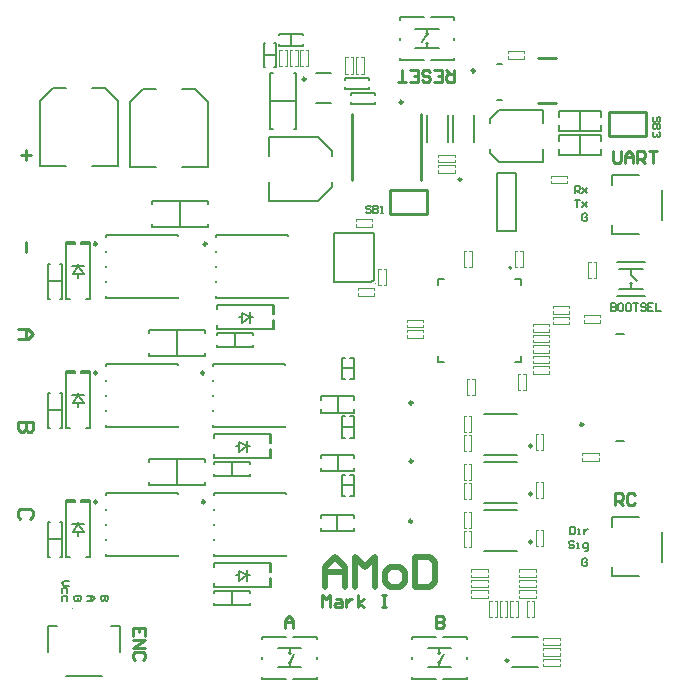
<source format=gbr>
G04*
G04 #@! TF.GenerationSoftware,Altium Limited,Altium Designer,24.2.2 (26)*
G04*
G04 Layer_Color=65535*
%FSLAX44Y44*%
%MOMM*%
G71*
G04*
G04 #@! TF.SameCoordinates,AEDDF3BC-744E-4892-9196-95ED917E8FD6*
G04*
G04*
G04 #@! TF.FilePolarity,Positive*
G04*
G01*
G75*
%ADD10C,0.2500*%
%ADD11C,0.2540*%
%ADD12C,0.2000*%
%ADD13C,0.1000*%
%ADD14C,0.1270*%
%ADD15C,0.1500*%
%ADD16C,0.1524*%
%ADD17C,0.5080*%
%ADD18C,0.1778*%
D10*
X749119Y1056640D02*
G03*
X749119Y1056640I-1250J0D01*
G01*
X760300Y1148690D02*
G03*
X760300Y1148690I-1250J0D01*
G01*
X617210Y1141610D02*
G03*
X617210Y1141610I-1250J0D01*
G01*
X533250Y1002030D02*
G03*
X533250Y1002030I-1250J0D01*
G01*
X440330D02*
G03*
X440330Y1002030I-1250J0D01*
G01*
X852023Y849170D02*
G03*
X852023Y849170I-1250J0D01*
G01*
X531240Y892810D02*
G03*
X531240Y892810I-1250J0D01*
G01*
X440540D02*
G03*
X440540Y892810I-1250J0D01*
G01*
X531770Y783590D02*
G03*
X531770Y783590I-1250J0D01*
G01*
X440540D02*
G03*
X440540Y783590I-1250J0D01*
G01*
X788890Y649340D02*
G03*
X788890Y649340I-1250J0D01*
G01*
X707640Y818040D02*
G03*
X707640Y818040I-1250J0D01*
G01*
Y867570D02*
G03*
X707640Y867570I-1250J0D01*
G01*
X707240Y767240D02*
G03*
X707240Y767240I-1250J0D01*
G01*
X808771Y749710D02*
G03*
X808771Y749710I-1250J0D01*
G01*
Y830990D02*
G03*
X808771Y830990I-1250J0D01*
G01*
Y790350D02*
G03*
X808771Y790350I-1250J0D01*
G01*
D11*
X699190Y1122122D02*
G03*
X699190Y1122122I-1270J0D01*
G01*
X714430Y1056082D02*
Y1111962D01*
X656010Y1056082D02*
Y1111962D01*
X688340Y1027430D02*
Y1047750D01*
X720090Y1027430D02*
Y1047750D01*
X688340D02*
X720090D01*
X688340Y1027430D02*
X720090D01*
X873760Y1093470D02*
Y1113790D01*
X905510Y1093470D02*
Y1113790D01*
X873760D02*
X905510D01*
X873760Y1093470D02*
X905510D01*
X814070Y1159510D02*
X829310D01*
X814070Y1121410D02*
X829310D01*
X631190Y694690D02*
Y704847D01*
X634576Y701461D01*
X637961Y704847D01*
Y694690D01*
X643039Y701461D02*
X646425D01*
X648118Y699768D01*
Y694690D01*
X643039D01*
X641347Y696383D01*
X643039Y698076D01*
X648118D01*
X651503Y701461D02*
Y694690D01*
Y698076D01*
X653196Y699768D01*
X654889Y701461D01*
X656582D01*
X661660Y694690D02*
Y704847D01*
Y698076D02*
X666739Y701461D01*
X661660Y698076D02*
X666739Y694690D01*
X681974Y704847D02*
X685359D01*
X683666D01*
Y694690D01*
X681974D01*
X685359D01*
X383960Y769198D02*
X386076Y771314D01*
Y775546D01*
X383960Y777662D01*
X375496D01*
X373380Y775546D01*
Y771314D01*
X375496Y769198D01*
X386500Y851322D02*
X373804D01*
Y844974D01*
X375920Y842858D01*
X378036D01*
X380152Y844974D01*
Y851322D01*
Y844974D01*
X382268Y842858D01*
X384384D01*
X386500Y844974D01*
Y851322D01*
X373804Y930062D02*
X382268D01*
X386500Y925830D01*
X382268Y921598D01*
X373804D01*
X380152D01*
Y930062D01*
X380152Y1003722D02*
Y995258D01*
X380152Y1081192D02*
Y1072728D01*
X384384Y1076960D02*
X375920D01*
X481327Y670139D02*
Y676910D01*
X471170D01*
Y670139D01*
X476248Y676910D02*
Y673524D01*
X471170Y666753D02*
X481327D01*
X471170Y659982D01*
X481327D01*
X479634Y649825D02*
X481327Y651518D01*
Y654904D01*
X479634Y656597D01*
X472863D01*
X471170Y654904D01*
Y651518D01*
X472863Y649825D01*
X742950Y1149350D02*
Y1139193D01*
X737872D01*
X736179Y1140886D01*
Y1144272D01*
X737872Y1145964D01*
X742950D01*
X739564D02*
X736179Y1149350D01*
X726022Y1139193D02*
X732793D01*
Y1149350D01*
X726022D01*
X732793Y1144272D02*
X729408D01*
X715865Y1140886D02*
X717558Y1139193D01*
X720944D01*
X722637Y1140886D01*
Y1142579D01*
X720944Y1144272D01*
X717558D01*
X715865Y1145964D01*
Y1147657D01*
X717558Y1149350D01*
X720944D01*
X722637Y1147657D01*
X705709Y1139193D02*
X712480D01*
Y1149350D01*
X705709D01*
X712480Y1144272D02*
X709094D01*
X702323Y1139193D02*
X695552D01*
X698938D01*
Y1149350D01*
X727850Y687067D02*
Y676910D01*
X732928D01*
X734621Y678603D01*
Y680296D01*
X732928Y681988D01*
X727850D01*
X732928D01*
X734621Y683681D01*
Y685374D01*
X732928Y687067D01*
X727850D01*
X599786Y676910D02*
Y683681D01*
X603171Y687067D01*
X606557Y683681D01*
Y676910D01*
Y681988D01*
X599786D01*
X878840Y781050D02*
Y791207D01*
X883918D01*
X885611Y789514D01*
Y786128D01*
X883918Y784436D01*
X878840D01*
X882226D02*
X885611Y781050D01*
X895768Y789514D02*
X894075Y791207D01*
X890689D01*
X888997Y789514D01*
Y782743D01*
X890689Y781050D01*
X894075D01*
X895768Y782743D01*
X877570Y1080767D02*
Y1072303D01*
X879263Y1070610D01*
X882648D01*
X884341Y1072303D01*
Y1080767D01*
X887727Y1070610D02*
Y1077381D01*
X891112Y1080767D01*
X894498Y1077381D01*
Y1070610D01*
Y1075688D01*
X887727D01*
X897883Y1070610D02*
Y1080767D01*
X902962D01*
X904655Y1079074D01*
Y1075688D01*
X902962Y1073996D01*
X897883D01*
X901269D02*
X904655Y1070610D01*
X908040Y1080767D02*
X914811D01*
X911426D01*
Y1070610D01*
D12*
X731390Y647510D02*
G03*
X731390Y647510I-1000J0D01*
G01*
Y655510D02*
G03*
X731390Y655510I-1000J0D01*
G01*
X893810Y968610D02*
G03*
X893810Y968610I-1000J0D01*
G01*
X721090Y1179800D02*
G03*
X721090Y1179800I-1000J0D01*
G01*
Y1171800D02*
G03*
X721090Y1171800I-1000J0D01*
G01*
X604596Y647510D02*
G03*
X604596Y647510I-1000J0D01*
G01*
Y655510D02*
G03*
X604596Y655510I-1000J0D01*
G01*
X791540Y982010D02*
G03*
X791540Y982010I-1000J0D01*
G01*
X779610Y1061840D02*
X795190D01*
Y1013340D02*
Y1061840D01*
X779610Y1013340D02*
X795190D01*
X779610D02*
Y1061840D01*
X512650Y1132820D02*
X523650D01*
X534650Y1121820D01*
Y1066820D02*
Y1121820D01*
X512650Y1066820D02*
X534650D01*
X479650Y1132820D02*
X490650D01*
X468650Y1121820D02*
X479650Y1132820D01*
X468650Y1066820D02*
Y1121820D01*
Y1066820D02*
X490650D01*
X436450Y1133690D02*
X447450D01*
X458450Y1122690D01*
Y1067690D02*
Y1122690D01*
X436450Y1067690D02*
X458450D01*
X403450Y1133690D02*
X414450D01*
X392450Y1122690D02*
X403450Y1133690D01*
X392450Y1067690D02*
Y1122690D01*
Y1067690D02*
X414450D01*
X586410Y1038530D02*
Y1054530D01*
Y1038530D02*
X627410D01*
X639410Y1050530D01*
Y1054530D01*
X586410Y1076530D02*
Y1092530D01*
X627410D01*
X639410Y1080530D01*
Y1076530D02*
Y1080530D01*
X773323Y1078854D02*
Y1082354D01*
Y1078854D02*
X780823Y1071354D01*
X817823D01*
Y1082354D01*
X773520Y1104470D02*
Y1107970D01*
X781020Y1115470D01*
X818020D01*
Y1104470D02*
Y1115470D01*
X753390Y650510D02*
Y652510D01*
X707390Y650510D02*
Y652510D01*
Y669510D02*
X727390D01*
X707390Y667510D02*
Y669510D01*
X733390D02*
X753390D01*
Y667510D02*
Y669510D01*
X733390Y633510D02*
X753390D01*
Y635510D01*
X707390Y633510D02*
X727390D01*
X707390D02*
Y635510D01*
X730390Y647510D02*
X734390Y654510D01*
X730390Y643510D02*
Y647510D01*
X720390Y643510D02*
X740390D01*
X730390Y655510D02*
Y659510D01*
X720390D02*
X740390D01*
X892810Y976110D02*
X897560Y970610D01*
X882810Y981110D02*
X902810D01*
X892810Y976110D02*
Y981110D01*
Y963610D02*
Y968610D01*
X882810Y963610D02*
X902810D01*
X880810Y986360D02*
X904810D01*
X880810Y958360D02*
X904810D01*
X697090Y1174800D02*
Y1176800D01*
X743090Y1174800D02*
Y1176800D01*
X723090Y1157800D02*
X743090D01*
Y1159800D01*
X697090Y1157800D02*
X717090D01*
X697090D02*
Y1159800D01*
Y1193800D02*
X717090D01*
X697090Y1191800D02*
Y1193800D01*
X723090D02*
X743090D01*
Y1191800D02*
Y1193800D01*
X716090Y1172800D02*
X720090Y1179800D01*
Y1183800D01*
X710090D02*
X730090D01*
X720090Y1167800D02*
Y1171800D01*
X710090Y1167800D02*
X730090D01*
X626596Y650510D02*
Y652510D01*
X580596Y650510D02*
Y652510D01*
Y669510D02*
X600596D01*
X580596Y667510D02*
Y669510D01*
X606596D02*
X626596D01*
Y667510D02*
Y669510D01*
X606596Y633510D02*
X626596D01*
Y635510D01*
X580596Y633510D02*
X600596D01*
X580596D02*
Y635510D01*
X603596Y647510D02*
X607596Y654510D01*
X603596Y643510D02*
Y647510D01*
X593596Y643510D02*
X613596D01*
X603596Y655510D02*
Y659510D01*
X593596D02*
X613596D01*
X399020Y656240D02*
Y678740D01*
X406640D01*
X452360D02*
X459980D01*
Y656240D02*
Y678740D01*
X414260Y636240D02*
X444740D01*
X674860Y979600D02*
Y1011600D01*
X640860D02*
X674860D01*
X640860Y969600D02*
Y1011600D01*
Y969600D02*
X672860D01*
X674860Y971600D01*
Y979600D01*
X778805Y1124190D02*
X783295D01*
X778805Y1154190D02*
X783295D01*
X625960Y1121360D02*
X638960D01*
X625960Y1146860D02*
X638960D01*
X560420Y939800D02*
X563420D01*
X570420D02*
X572420D01*
X563420Y934800D02*
Y943800D01*
Y934800D02*
X570420Y939800D01*
X563420Y943800D02*
X570420Y939800D01*
Y934800D02*
Y944800D01*
X419180Y983170D02*
X429180D01*
X420180Y976170D02*
X424180Y983170D01*
X429180Y976170D01*
X420180D02*
X429180D01*
X424180Y983170D02*
Y985170D01*
Y973170D02*
Y976170D01*
X541000Y1009730D02*
X602000D01*
X541000Y956230D02*
Y957680D01*
Y970180D02*
Y970380D01*
Y982880D02*
Y983080D01*
Y995580D02*
Y995780D01*
Y1008280D02*
Y1009730D01*
Y956230D02*
X602000D01*
Y957180D01*
Y1008780D02*
Y1009730D01*
X448080D02*
X509080D01*
X448080Y956230D02*
Y957680D01*
Y970180D02*
Y970380D01*
Y982880D02*
Y983080D01*
Y995580D02*
Y995780D01*
Y1008280D02*
Y1009730D01*
Y956230D02*
X509080D01*
Y957180D01*
Y1008780D02*
Y1009730D01*
X880273Y925370D02*
X886523D01*
X880273Y834970D02*
X886523D01*
X876640Y770490D02*
X899140D01*
X876640Y762490D02*
Y770490D01*
Y720490D02*
Y728490D01*
Y720490D02*
X899140D01*
X919140Y732490D02*
Y758490D01*
X876640Y1060050D02*
X899140D01*
X876640Y1052050D02*
Y1060050D01*
Y1010050D02*
Y1018050D01*
Y1010050D02*
X899140D01*
X919140Y1022050D02*
Y1048050D01*
X831630Y1097920D02*
Y1102920D01*
Y1097920D02*
X867630D01*
Y1102920D01*
X831630Y1109420D02*
Y1114420D01*
X867630D01*
Y1109420D02*
Y1114420D01*
X849630Y1097920D02*
Y1114420D01*
X831630Y1077600D02*
Y1082600D01*
Y1077600D02*
X867630D01*
Y1082600D01*
X831630Y1089100D02*
Y1094100D01*
X867630D01*
Y1089100D02*
Y1094100D01*
X849630Y1077600D02*
Y1094100D01*
X599990Y899560D02*
Y900510D01*
Y847010D02*
Y847960D01*
X538990Y847010D02*
X599990D01*
X538990Y899060D02*
Y900510D01*
Y886360D02*
Y886560D01*
Y873660D02*
Y873860D01*
Y860960D02*
Y861160D01*
Y847010D02*
Y848460D01*
Y900510D02*
X599990D01*
X557880Y830580D02*
X560880D01*
X567880D02*
X569880D01*
X560880Y825580D02*
Y834580D01*
Y825580D02*
X567880Y830580D01*
X560880Y834580D02*
X567880Y830580D01*
Y825580D02*
Y835580D01*
X509290Y899560D02*
Y900510D01*
Y847010D02*
Y847960D01*
X448290Y847010D02*
X509290D01*
X448290Y899060D02*
Y900510D01*
Y886360D02*
Y886560D01*
Y873660D02*
Y873860D01*
Y860960D02*
Y861160D01*
Y847010D02*
Y848460D01*
Y900510D02*
X509290D01*
X424180Y863950D02*
Y866950D01*
Y873950D02*
Y875950D01*
X420180Y866950D02*
X429180D01*
X424180Y873950D02*
X429180Y866950D01*
X420180D02*
X424180Y873950D01*
X419180D02*
X429180D01*
X600520Y790340D02*
Y791290D01*
Y737790D02*
Y738740D01*
X539520Y737790D02*
X600520D01*
X539520Y789840D02*
Y791290D01*
Y777140D02*
Y777340D01*
Y764440D02*
Y764640D01*
Y751740D02*
Y751940D01*
Y737790D02*
Y739240D01*
Y791290D02*
X600520D01*
X557880Y721360D02*
X560880D01*
X567880D02*
X569880D01*
X560880Y716360D02*
Y725360D01*
Y716360D02*
X567880Y721360D01*
X560880Y725360D02*
X567880Y721360D01*
Y716360D02*
Y726360D01*
X509290Y790340D02*
Y791290D01*
Y737790D02*
Y738740D01*
X448290Y737790D02*
X509290D01*
X448290Y789840D02*
Y791290D01*
Y777140D02*
Y777340D01*
Y764440D02*
Y764640D01*
Y751740D02*
Y751940D01*
Y737790D02*
Y739240D01*
Y791290D02*
X509290D01*
X424180Y754730D02*
Y757730D01*
Y764730D02*
Y766730D01*
X420180Y757730D02*
X429180D01*
X424180Y764730D02*
X429180Y757730D01*
X420180D02*
X424180Y764730D01*
X419180D02*
X429180D01*
X791640Y669590D02*
X813640D01*
X791640Y643590D02*
X813640D01*
X768240Y776460D02*
X796240D01*
X768240Y742460D02*
X796240D01*
X768240Y857740D02*
X796240D01*
X768240Y823740D02*
X796240D01*
X768240Y817100D02*
X796240D01*
X768240Y783100D02*
X796240D01*
D13*
X420000Y693740D02*
G03*
X420000Y693740I-500J0D01*
G01*
X676360Y968600D02*
G03*
X676360Y968600I-500J0D01*
G01*
X862140Y735490D02*
G03*
X862140Y735490I-500J0D01*
G01*
Y1025050D02*
G03*
X862140Y1025050I-500J0D01*
G01*
X808890Y686140D02*
X810890D01*
Y699640D01*
X808890D02*
X810890D01*
X804390D02*
X806390D01*
X804390Y686140D02*
Y699640D01*
Y686140D02*
X806390D01*
X861040Y972980D02*
X863040D01*
Y986980D01*
X861040D02*
X863040D01*
X856540D02*
X858540D01*
X856540Y972980D02*
Y986980D01*
Y972980D02*
X858540D01*
X851520Y818440D02*
Y820440D01*
Y818440D02*
X865520D01*
Y820440D01*
Y822940D02*
Y824940D01*
X851520D02*
X865520D01*
X851520Y822940D02*
Y824940D01*
X852790Y935280D02*
Y937280D01*
Y935280D02*
X866790D01*
Y937280D01*
Y939780D02*
Y941780D01*
X852790D02*
X866790D01*
X852790Y939780D02*
Y941780D01*
X838600Y1057890D02*
Y1059890D01*
X825100D02*
X838600D01*
X825100Y1057890D02*
Y1059890D01*
Y1053390D02*
Y1055390D01*
Y1053390D02*
X838600D01*
Y1055390D01*
X673500Y1021060D02*
Y1023060D01*
X660000D02*
X673500D01*
X660000Y1021060D02*
Y1023060D01*
Y1016560D02*
Y1018560D01*
Y1016560D02*
X673500D01*
Y1018560D01*
X661830Y958140D02*
Y960140D01*
Y958140D02*
X675330D01*
Y960140D01*
Y962640D02*
Y964640D01*
X661830D02*
X675330D01*
X661830Y962640D02*
Y964640D01*
X659690Y1146160D02*
X661690D01*
X659690D02*
Y1160160D01*
X661690D01*
X664190D02*
X666190D01*
Y1146160D02*
Y1160160D01*
X664190Y1146160D02*
X666190D01*
X755630Y996080D02*
X757630D01*
Y982580D02*
Y996080D01*
X755630Y982580D02*
X757630D01*
X751130D02*
X753130D01*
X751130D02*
Y996080D01*
X753130D01*
X839870Y934010D02*
Y936010D01*
X826370Y934010D02*
X839870D01*
X826370D02*
Y936010D01*
Y938510D02*
Y940510D01*
X839870D01*
Y938510D02*
Y940510D01*
X743600Y1062280D02*
Y1064280D01*
X729600Y1062280D02*
X743600D01*
X729600D02*
Y1064280D01*
Y1066780D02*
Y1068780D01*
X743600D01*
Y1066780D02*
Y1068780D01*
X729600Y1075670D02*
Y1077670D01*
X743600D01*
Y1075670D02*
Y1077670D01*
Y1071170D02*
Y1073170D01*
X729600Y1071170D02*
X743600D01*
X729600D02*
Y1073170D01*
X678740Y967090D02*
X680740D01*
X678740D02*
Y981090D01*
X680740D01*
X683240D02*
X685240D01*
Y967090D02*
Y981090D01*
X683240Y967090D02*
X685240D01*
X809610Y932160D02*
Y934160D01*
X823610D01*
Y932160D02*
Y934160D01*
Y927660D02*
Y929660D01*
X809610Y927660D02*
X823610D01*
X809610D02*
Y929660D01*
Y923270D02*
Y925270D01*
X823610D01*
Y923270D02*
Y925270D01*
Y918770D02*
Y920770D01*
X809610Y918770D02*
X823610D01*
X809610D02*
Y920770D01*
X703180Y927080D02*
Y929080D01*
X716680D01*
Y927080D02*
Y929080D01*
Y922580D02*
Y924580D01*
X703180Y922580D02*
X716680D01*
X703180D02*
Y924580D01*
X839870Y942900D02*
Y944900D01*
X826370Y942900D02*
X839870D01*
X826370D02*
Y944900D01*
Y947400D02*
Y949400D01*
X839870D01*
Y947400D02*
Y949400D01*
X823360Y909880D02*
Y911880D01*
X809860Y909880D02*
X823360D01*
X809860D02*
Y911880D01*
Y914380D02*
Y916380D01*
X823360D01*
Y914380D02*
Y916380D01*
X798810Y996080D02*
X800810D01*
Y982580D02*
Y996080D01*
X798810Y982580D02*
X800810D01*
X794310D02*
X796310D01*
X794310D02*
Y996080D01*
X796310D01*
X703180Y935970D02*
Y937970D01*
X716680D01*
Y935970D02*
Y937970D01*
Y931470D02*
Y933470D01*
X703180Y931470D02*
X716680D01*
X703180D02*
Y933470D01*
X753670Y873920D02*
X755670D01*
X753670D02*
Y887420D01*
X755670D01*
X758170D02*
X760170D01*
Y873920D02*
Y887420D01*
X758170Y873920D02*
X760170D01*
X796850Y878440D02*
X798850D01*
X796850D02*
Y891940D01*
X798850D01*
X801350D02*
X803350D01*
Y878440D02*
Y891940D01*
X801350Y878440D02*
X803350D01*
X823360Y892100D02*
Y894100D01*
X809860Y892100D02*
X823360D01*
X809860D02*
Y894100D01*
Y896600D02*
Y898600D01*
X823360D01*
Y896600D02*
Y898600D01*
Y900990D02*
Y902990D01*
X809860Y900990D02*
X823360D01*
X809860D02*
Y902990D01*
Y905490D02*
Y907490D01*
X823360D01*
Y905490D02*
Y907490D01*
X832500Y662230D02*
Y664230D01*
X818500Y662230D02*
X832500D01*
X818500D02*
Y664230D01*
Y666730D02*
Y668730D01*
X832500D01*
Y666730D02*
Y668730D01*
Y644450D02*
Y646450D01*
X818500Y644450D02*
X832500D01*
X818500D02*
Y646450D01*
Y648950D02*
Y650950D01*
X832500D01*
Y648950D02*
Y650950D01*
Y653340D02*
Y655340D01*
X818500Y653340D02*
X832500D01*
X818500D02*
Y655340D01*
Y657840D02*
Y659840D01*
X832500D01*
Y657840D02*
Y659840D01*
X655300Y1160160D02*
X657300D01*
Y1146160D02*
Y1160160D01*
X655300Y1146160D02*
X657300D01*
X650800D02*
X652800D01*
X650800D02*
Y1160160D01*
X652800D01*
X617200Y1166510D02*
X619200D01*
Y1152510D02*
Y1166510D01*
X617200Y1152510D02*
X619200D01*
X612700D02*
X614700D01*
X612700D02*
Y1166510D01*
X614700D01*
X608310D02*
X610310D01*
Y1152510D02*
Y1166510D01*
X608310Y1152510D02*
X610310D01*
X603810D02*
X605810D01*
X603810D02*
Y1166510D01*
X605810D01*
X599420D02*
X601420D01*
Y1152510D02*
Y1166510D01*
X599420Y1152510D02*
X601420D01*
X594920D02*
X596920D01*
X594920D02*
Y1166510D01*
X596920D01*
X788270Y1163300D02*
Y1165300D01*
X801770D01*
Y1163300D02*
Y1165300D01*
Y1158800D02*
Y1160800D01*
X788270Y1158800D02*
X801770D01*
X788270D02*
Y1160800D01*
X771460Y720120D02*
Y722120D01*
X757460Y720120D02*
X771460D01*
X757460D02*
Y722120D01*
Y724620D02*
Y726620D01*
X771460D01*
Y724620D02*
Y726620D01*
X812100Y720120D02*
Y722120D01*
X798100Y720120D02*
X812100D01*
X798100D02*
Y722120D01*
Y724620D02*
Y726620D01*
X812100D01*
Y724620D02*
Y726620D01*
X771460Y711230D02*
Y713230D01*
X757460Y711230D02*
X771460D01*
X757460D02*
Y713230D01*
Y715730D02*
Y717730D01*
X771460D01*
Y715730D02*
Y717730D01*
X812100Y711230D02*
Y713230D01*
X798100Y711230D02*
X812100D01*
X798100D02*
Y713230D01*
Y715730D02*
Y717730D01*
X812100D01*
Y715730D02*
Y717730D01*
X751050Y761350D02*
X753050D01*
X751050D02*
Y775350D01*
X753050D01*
X755550D02*
X757550D01*
Y761350D02*
Y775350D01*
X755550Y761350D02*
X757550D01*
X771460Y702340D02*
Y704340D01*
X757460Y702340D02*
X771460D01*
X757460D02*
Y704340D01*
Y706840D02*
Y708840D01*
X771460D01*
Y706840D02*
Y708840D01*
X812100Y702340D02*
Y704340D01*
X798100Y702340D02*
X812100D01*
X798100D02*
Y704340D01*
Y706840D02*
Y708840D01*
X812100D01*
Y706840D02*
Y708840D01*
X790420Y685890D02*
X792420D01*
X790420D02*
Y699890D01*
X792420D01*
X794920D02*
X796920D01*
Y685890D02*
Y699890D01*
X794920Y685890D02*
X796920D01*
X781530D02*
X783530D01*
X781530D02*
Y699890D01*
X783530D01*
X786030D02*
X788030D01*
Y685890D02*
Y699890D01*
X786030Y685890D02*
X788030D01*
X772640D02*
X774640D01*
X772640D02*
Y699890D01*
X774640D01*
X777140D02*
X779140D01*
Y685890D02*
Y699890D01*
X777140Y685890D02*
X779140D01*
X751050Y842630D02*
X753050D01*
X751050D02*
Y856630D01*
X753050D01*
X755550D02*
X757550D01*
Y842630D02*
Y856630D01*
X755550Y842630D02*
X757550D01*
X751050Y801990D02*
X753050D01*
X751050D02*
Y815990D01*
X753050D01*
X755550D02*
X757550D01*
Y801990D02*
Y815990D01*
X755550Y801990D02*
X757550D01*
X816510Y759860D02*
X818510D01*
Y746360D02*
Y759860D01*
X816510Y746360D02*
X818510D01*
X812010D02*
X814010D01*
X812010D02*
Y759860D01*
X814010D01*
X755550Y758590D02*
X757550D01*
Y745090D02*
Y758590D01*
X755550Y745090D02*
X757550D01*
X751050D02*
X753050D01*
X751050D02*
Y758590D01*
X753050D01*
X816510Y841140D02*
X818510D01*
Y827640D02*
Y841140D01*
X816510Y827640D02*
X818510D01*
X812010D02*
X814010D01*
X812010D02*
Y841140D01*
X814010D01*
X755550Y839870D02*
X757550D01*
Y826370D02*
Y839870D01*
X755550Y826370D02*
X757550D01*
X751050D02*
X753050D01*
X751050D02*
Y839870D01*
X753050D01*
X816510Y800500D02*
X818510D01*
Y787000D02*
Y800500D01*
X816510Y787000D02*
X818510D01*
X812010D02*
X814010D01*
X812010D02*
Y800500D01*
X814010D01*
X755550Y799230D02*
X757550D01*
Y785730D02*
Y799230D01*
X755550Y785730D02*
X757550D01*
X751050D02*
X753050D01*
X751050D02*
Y799230D01*
X753050D01*
D14*
X729540Y902260D02*
Y907060D01*
X799540Y902260D02*
Y907060D01*
X729540Y967460D02*
Y972260D01*
X799540Y967460D02*
Y972260D01*
X729540Y902260D02*
X734340D01*
X794740D02*
X799540D01*
X729540Y972260D02*
X734340D01*
X794740D02*
X799540D01*
D15*
X542290Y929640D02*
Y933050D01*
Y946550D02*
Y949960D01*
Y929640D02*
X589280D01*
X542290Y949960D02*
X589280D01*
Y929640D02*
Y937260D01*
X590550D01*
Y929640D02*
Y937260D01*
X589280Y929640D02*
X590550D01*
X589280Y949960D02*
X590550D01*
Y942340D02*
Y949960D01*
X589280Y942340D02*
X590550D01*
X589280D02*
Y949960D01*
X414020Y1002030D02*
X421640D01*
Y1003300D01*
X414020D02*
X421640D01*
X414020Y1002030D02*
Y1003300D01*
X434340Y1002030D02*
Y1003300D01*
X426720D02*
X434340D01*
X426720Y1002030D02*
Y1003300D01*
Y1002030D02*
X434340D01*
X414020Y955040D02*
Y1002030D01*
X434340Y955040D02*
Y1002030D01*
X414020Y955040D02*
X417430D01*
X430930D02*
X434340D01*
X510540Y1016180D02*
Y1038680D01*
X486790Y1036180D02*
Y1038680D01*
X534290D01*
Y1036180D02*
Y1038680D01*
Y1016180D02*
Y1018680D01*
X486790Y1016180D02*
X534290D01*
X486790D02*
Y1018680D01*
X399130Y970280D02*
X411130D01*
X399130Y955280D02*
Y985280D01*
X401050D01*
X399130Y955280D02*
X401050D01*
X409210D02*
X411130D01*
Y985280D01*
X409210D02*
X411130D01*
X557530Y914750D02*
Y926750D01*
X542530D02*
X572530D01*
Y924830D02*
Y926750D01*
X542530Y924830D02*
Y926750D01*
Y914750D02*
Y916670D01*
Y914750D02*
X572530D01*
Y916670D01*
X629890Y758810D02*
Y761810D01*
Y758810D02*
X657890D01*
Y761810D01*
Y769810D02*
Y772810D01*
X629890D02*
X657890D01*
X629890Y769810D02*
Y772810D01*
X643890Y758810D02*
Y772810D01*
X630290Y809610D02*
Y812610D01*
Y809610D02*
X658290D01*
Y812610D01*
Y820610D02*
Y823610D01*
X630290D02*
X658290D01*
X630290Y820610D02*
Y823610D01*
X644290Y809610D02*
Y823610D01*
X630290Y859140D02*
Y862140D01*
Y859140D02*
X658290D01*
Y862140D01*
Y870140D02*
Y873140D01*
X630290D02*
X658290D01*
X630290Y870140D02*
Y873140D01*
X644290Y859140D02*
Y873140D01*
X484250Y797740D02*
Y800240D01*
Y797740D02*
X531750D01*
Y800240D01*
Y817740D02*
Y820240D01*
X484250D02*
X531750D01*
X484250Y817740D02*
Y820240D01*
X508000Y797740D02*
Y820240D01*
X484250Y906960D02*
Y909460D01*
Y906960D02*
X531750D01*
Y909460D01*
Y926960D02*
Y929460D01*
X484250D02*
X531750D01*
X484250Y926960D02*
Y929460D01*
X508000Y906960D02*
Y929460D01*
X670400Y1140920D02*
Y1142920D01*
X650400D02*
X670400D01*
X650400Y1140920D02*
Y1142920D01*
Y1132920D02*
Y1134920D01*
Y1132920D02*
X670400D01*
Y1134920D01*
X655480Y1120220D02*
Y1122220D01*
Y1120220D02*
X675480D01*
Y1122220D01*
Y1128220D02*
Y1130220D01*
X655480D02*
X675480D01*
X655480Y1128220D02*
Y1130220D01*
X647780Y797560D02*
X657780D01*
X654780Y788560D02*
X657780D01*
Y806560D01*
X654780D02*
X657780D01*
X647780Y788560D02*
X650780D01*
X647780D02*
Y806560D01*
X650780D01*
X647780Y847090D02*
X657780D01*
X654780Y838090D02*
X657780D01*
Y856090D01*
X654780D02*
X657780D01*
X647780Y838090D02*
X650780D01*
X647780D02*
Y856090D01*
X650780D01*
X647780Y896620D02*
X657780D01*
X654780Y887620D02*
X657780D01*
Y905620D01*
X654780D02*
X657780D01*
X647780Y887620D02*
X650780D01*
X647780D02*
Y905620D01*
X650780D01*
X569990Y805530D02*
Y807450D01*
X539990Y805530D02*
X569990D01*
X539990D02*
Y807450D01*
Y815610D02*
Y817530D01*
X569990Y815610D02*
Y817530D01*
X539990D02*
X569990D01*
X554990Y805530D02*
Y817530D01*
X409210Y876060D02*
X411130D01*
Y846060D02*
Y876060D01*
X409210Y846060D02*
X411130D01*
X399130D02*
X401050D01*
X399130Y876060D02*
X401050D01*
X399130Y846060D02*
Y876060D01*
Y861060D02*
X411130D01*
X569990Y696310D02*
Y698230D01*
X539990Y696310D02*
X569990D01*
X539990D02*
Y698230D01*
Y706390D02*
Y708310D01*
X569990Y706390D02*
Y708310D01*
X539990D02*
X569990D01*
X554990Y696310D02*
Y708310D01*
X409210Y766840D02*
X411130D01*
Y736840D02*
Y766840D01*
X409210Y736840D02*
X411130D01*
X399130D02*
X401050D01*
X399130Y766840D02*
X401050D01*
X399130Y736840D02*
Y766840D01*
Y751840D02*
X411130D01*
X581660Y1172050D02*
X582930D01*
X581660Y1152050D02*
Y1172050D01*
Y1152050D02*
X582930D01*
X590550D02*
X591820D01*
Y1172050D01*
X590550D02*
X591820D01*
X581660Y1162050D02*
X591820D01*
X614520Y1178560D02*
Y1179830D01*
X594520D02*
X614520D01*
X594520Y1178560D02*
Y1179830D01*
Y1169670D02*
Y1170940D01*
Y1169670D02*
X614520D01*
Y1170940D01*
X604520Y1169670D02*
Y1179830D01*
X539750Y820420D02*
Y823830D01*
Y837330D02*
Y840740D01*
Y820420D02*
X586740D01*
X539750Y840740D02*
X586740D01*
Y820420D02*
Y828040D01*
X588010D01*
Y820420D02*
Y828040D01*
X586740Y820420D02*
X588010D01*
X586740Y840740D02*
X588010D01*
Y833120D02*
Y840740D01*
X586740Y833120D02*
X588010D01*
X586740D02*
Y840740D01*
X430930Y845820D02*
X434340D01*
X414020D02*
X417430D01*
X434340D02*
Y892810D01*
X414020Y845820D02*
Y892810D01*
X426720D02*
X434340D01*
X426720D02*
Y894080D01*
X434340D01*
Y892810D02*
Y894080D01*
X414020Y892810D02*
Y894080D01*
X421640D01*
Y892810D02*
Y894080D01*
X414020Y892810D02*
X421640D01*
X539750Y711200D02*
Y714610D01*
Y728110D02*
Y731520D01*
Y711200D02*
X586740D01*
X539750Y731520D02*
X586740D01*
Y711200D02*
Y718820D01*
X588010D01*
Y711200D02*
Y718820D01*
X586740Y711200D02*
X588010D01*
X586740Y731520D02*
X588010D01*
Y723900D02*
Y731520D01*
X586740Y723900D02*
X588010D01*
X586740D02*
Y731520D01*
X430930Y736600D02*
X434340D01*
X414020D02*
X417430D01*
X434340D02*
Y783590D01*
X414020Y736600D02*
Y783590D01*
X426720D02*
X434340D01*
X426720D02*
Y784860D01*
X434340D01*
Y783590D02*
Y784860D01*
X414020Y783590D02*
Y784860D01*
X421640D01*
Y783590D02*
Y784860D01*
X414020Y783590D02*
X421640D01*
X606920Y1098930D02*
X609420D01*
Y1146430D01*
X606920D02*
X609420D01*
X586920D02*
X589420D01*
X586920Y1098930D02*
Y1146430D01*
Y1098930D02*
X589420D01*
X586920Y1122680D02*
X609420D01*
D16*
X720090Y1088390D02*
Y1111250D01*
X737870Y1088390D02*
Y1111250D01*
X741680Y1088390D02*
Y1111250D01*
X759460Y1088390D02*
Y1111250D01*
D17*
X633730Y711200D02*
Y728128D01*
X642194Y736592D01*
X650658Y728128D01*
Y711200D01*
Y723896D01*
X633730D01*
X659122Y711200D02*
Y736592D01*
X667586Y728128D01*
X676050Y736592D01*
Y711200D01*
X688746D02*
X697209D01*
X701441Y715432D01*
Y723896D01*
X697209Y728128D01*
X688746D01*
X684514Y723896D01*
Y715432D01*
X688746Y711200D01*
X709905Y736592D02*
Y711200D01*
X722601D01*
X726833Y715432D01*
Y732360D01*
X722601Y736592D01*
X709905D01*
D18*
X426168Y700110D02*
X427226Y701168D01*
Y703284D01*
X426168Y704342D01*
X421936D01*
X420878Y703284D01*
Y701168D01*
X421936Y700110D01*
X424052D01*
Y702226D01*
X450086Y704342D02*
X443738D01*
Y701168D01*
X444796Y700110D01*
X445854D01*
X446912Y701168D01*
Y704342D01*
Y701168D01*
X447970Y700110D01*
X449028D01*
X450086Y701168D01*
Y704342D01*
X432308D02*
X436540D01*
X438656Y702226D01*
X436540Y700110D01*
X432308D01*
X435482D01*
Y704342D01*
X417066Y717042D02*
X412834D01*
X410718Y714926D01*
X412834Y712810D01*
X417066D01*
X414950Y706462D02*
Y709636D01*
X413892Y710694D01*
X411776D01*
X410718Y709636D01*
Y706462D01*
X414950Y700114D02*
Y703288D01*
X413892Y704346D01*
X411776D01*
X410718Y703288D01*
Y700114D01*
X875538Y951736D02*
Y945388D01*
X878712D01*
X879770Y946446D01*
Y947504D01*
X878712Y948562D01*
X875538D01*
X878712D01*
X879770Y949620D01*
Y950678D01*
X878712Y951736D01*
X875538D01*
X885060D02*
X882944D01*
X881886Y950678D01*
Y946446D01*
X882944Y945388D01*
X885060D01*
X886118Y946446D01*
Y950678D01*
X885060Y951736D01*
X891408D02*
X889292D01*
X888234Y950678D01*
Y946446D01*
X889292Y945388D01*
X891408D01*
X892466Y946446D01*
Y950678D01*
X891408Y951736D01*
X894582D02*
X898814D01*
X896698D01*
Y945388D01*
X905162Y950678D02*
X904104Y951736D01*
X901988D01*
X900930Y950678D01*
Y949620D01*
X901988Y948562D01*
X904104D01*
X905162Y947504D01*
Y946446D01*
X904104Y945388D01*
X901988D01*
X900930Y946446D01*
X911510Y951736D02*
X907278D01*
Y945388D01*
X911510D01*
X907278Y948562D02*
X909394D01*
X913626Y951736D02*
Y945388D01*
X917858D01*
X841248Y762506D02*
Y756158D01*
X844422D01*
X845480Y757216D01*
Y761448D01*
X844422Y762506D01*
X841248D01*
X847596Y756158D02*
X849712D01*
X848654D01*
Y760390D01*
X847596D01*
X852886D02*
Y756158D01*
Y758274D01*
X853944Y759332D01*
X855002Y760390D01*
X856060D01*
X844422Y749594D02*
X843364Y750652D01*
X841248D01*
X840190Y749594D01*
Y748536D01*
X841248Y747478D01*
X843364D01*
X844422Y746420D01*
Y745362D01*
X843364Y744304D01*
X841248D01*
X840190Y745362D01*
X846538Y744304D02*
X848654D01*
X847596D01*
Y748536D01*
X846538D01*
X853944Y742188D02*
X855002D01*
X856060Y743246D01*
Y748536D01*
X852886D01*
X851828Y747478D01*
Y745362D01*
X852886Y744304D01*
X856060D01*
X855640Y734778D02*
X854582Y735836D01*
X852466D01*
X851408Y734778D01*
Y730546D01*
X852466Y729488D01*
X854582D01*
X855640Y730546D01*
Y732662D01*
X853524D01*
X855640Y1026878D02*
X854582Y1027936D01*
X852466D01*
X851408Y1026878D01*
Y1022646D01*
X852466Y1021588D01*
X854582D01*
X855640Y1022646D01*
Y1024762D01*
X853524D01*
X845058Y1039366D02*
X849290D01*
X847174D01*
Y1033018D01*
X851406Y1037250D02*
X855638Y1033018D01*
X853522Y1035134D01*
X855638Y1037250D01*
X851406Y1033018D01*
X845058Y1045083D02*
Y1051431D01*
X848232D01*
X849290Y1050373D01*
Y1048257D01*
X848232Y1047199D01*
X845058D01*
X847174D02*
X849290Y1045083D01*
X851406Y1049315D02*
X855638Y1045083D01*
X853522Y1047199D01*
X855638Y1049315D01*
X851406Y1045083D01*
X916516Y1105322D02*
X917574Y1106380D01*
Y1108496D01*
X916516Y1109554D01*
X915458D01*
X914400Y1108496D01*
Y1106380D01*
X913342Y1105322D01*
X912284D01*
X911226Y1106380D01*
Y1108496D01*
X912284Y1109554D01*
X917574Y1103206D02*
X911226D01*
Y1100032D01*
X912284Y1098974D01*
X913342D01*
X914400Y1100032D01*
Y1103206D01*
Y1100032D01*
X915458Y1098974D01*
X916516D01*
X917574Y1100032D01*
Y1103206D01*
X916516Y1096858D02*
X917574Y1095800D01*
Y1093684D01*
X916516Y1092626D01*
X915458D01*
X914400Y1093684D01*
Y1094742D01*
Y1093684D01*
X913342Y1092626D01*
X912284D01*
X911226Y1093684D01*
Y1095800D01*
X912284Y1096858D01*
X672466Y1033356D02*
X671408Y1034414D01*
X669292D01*
X668234Y1033356D01*
Y1032298D01*
X669292Y1031240D01*
X671408D01*
X672466Y1030182D01*
Y1029124D01*
X671408Y1028066D01*
X669292D01*
X668234Y1029124D01*
X674582Y1034414D02*
Y1028066D01*
X677756D01*
X678814Y1029124D01*
Y1030182D01*
X677756Y1031240D01*
X674582D01*
X677756D01*
X678814Y1032298D01*
Y1033356D01*
X677756Y1034414D01*
X674582D01*
X680930Y1028066D02*
X683046D01*
X681988D01*
Y1034414D01*
X680930Y1033356D01*
M02*

</source>
